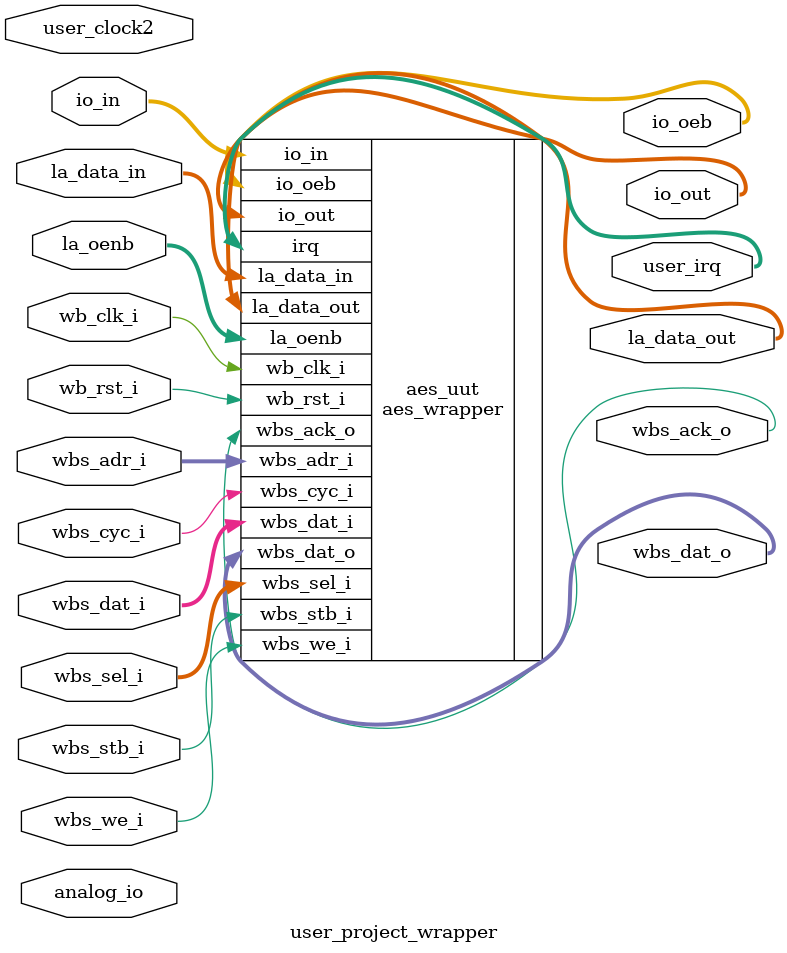
<source format=v>
/*
 *-------------------------------------------------------------
 *
 * A wrapper for the FPGA IP to fit the I/O interface of Caravel SoC
 *
 * The wrapper is a technology mapped netlist where the mode-switch
 * multiplexers are mapped to the Skywater 130nm
 * High-Density (HD) standard cells
 *
 *-------------------------------------------------------------
 */

`default_nettype none
/*
 *-------------------------------------------------------------
 *
 * user_project_wrapper
 *
 * This wrapper enumerates all of the pins available to the
 * user for the user project.
 *
 * An example user project is provided in this wrapper.  The
 * example should be removed and replaced with the actual
 * user project.
 *
 *-------------------------------------------------------------
 */

`define MPRJ_IO_PADS 38

module user_project_wrapper #(
    parameter BITS = 32
)(
`ifdef USE_POWER_PINS
    inout vdda1,	// User area 1 3.3V supply
    inout vdda2,	// User area 2 3.3V supply
    inout vssa1,	// User area 1 analog ground
    inout vssa2,	// User area 2 analog ground
    inout vccd1,	// User area 1 1.8V supply
    inout vccd2,	// User area 2 1.8v supply
    inout vssd1,	// User area 1 digital ground
    inout vssd2,	// User area 2 digital ground
`endif

    // Wishbone Slave ports (WB MI A)
    input wb_clk_i,
    input wb_rst_i,
    input wbs_stb_i,
    input wbs_cyc_i,
    input wbs_we_i,
    input [3:0] wbs_sel_i,
    input [31:0] wbs_dat_i,
    input [31:0] wbs_adr_i,
    output wbs_ack_o,
    output [31:0] wbs_dat_o,

    // Logic Analyzer Signals
    input  [127:0] la_data_in,
    output [127:0] la_data_out,
    input  [127:0] la_oenb,

    // IOs
    input  [`MPRJ_IO_PADS-1:0] io_in,
    output [`MPRJ_IO_PADS-1:0] io_out,
    output [`MPRJ_IO_PADS-1:0] io_oeb,

    // Analog (direct connection to GPIO pad---use with caution)
    // Note that analog I/O is not available on the 7 lowest-numbered
    // GPIO pads, and so the analog_io indexing is offset from the
    // GPIO indexing by 7.
    inout [`MPRJ_IO_PADS-10:0] analog_io,

    // Independent clock (on independent integer divider)
    input   user_clock2,

    output [2:0] user_irq
);


    aes_wrapper aes_uut(
    `ifdef USE_POWER_PINS
	.vccd1(vccd1),	// User area 1 1.8V power
	.vssd1(vssd1),	// User area 1 digital ground
    `endif

    .wb_clk_i(wb_clk_i),
    .wb_rst_i(wb_rst_i),

    // MGMT SoC Wishbone Slave

    .wbs_cyc_i(wbs_cyc_i),
    .wbs_stb_i(wbs_stb_i),
    .wbs_we_i(wbs_we_i),
    .wbs_sel_i(wbs_sel_i),
    .wbs_adr_i(wbs_adr_i),
    .wbs_dat_i(wbs_dat_i),
    .wbs_ack_o(wbs_ack_o),
    .wbs_dat_o(wbs_dat_o),

    // Logic Analyzer

    .la_data_in(la_data_in),
    .la_data_out(la_data_out),
    .la_oenb (la_oenb),

    // IO Pads

    .io_in (io_in),
    .io_out(io_out),
    .io_oeb(io_oeb),

    // IRQ
    .irq(user_irq)
        
    );

endmodule


</source>
